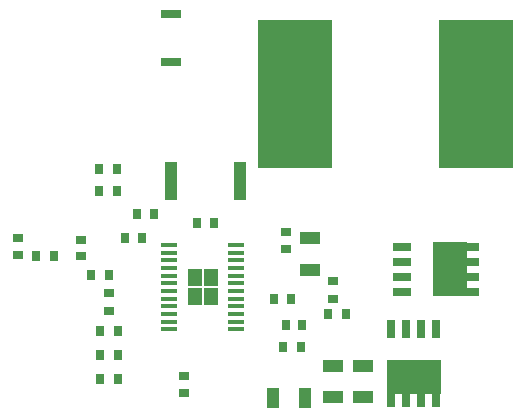
<source format=gtp>
G04*
G04 #@! TF.GenerationSoftware,Altium Limited,Altium Designer,19.1.7 (138)*
G04*
G04 Layer_Color=8421504*
%FSLAX25Y25*%
%MOIN*%
G70*
G01*
G75*
%ADD13R,0.03543X0.02756*%
%ADD14R,0.04331X0.06693*%
%ADD15R,0.02756X0.03543*%
%ADD16R,0.06693X0.04331*%
%ADD17R,0.05753X0.01381*%
%ADD18R,0.06890X0.02559*%
%ADD19R,0.04134X0.12795*%
%ADD20R,0.24800X0.49200*%
%ADD21R,0.11811X0.18000*%
%ADD22R,0.06299X0.03150*%
%ADD23R,0.18000X0.11811*%
%ADD24R,0.03150X0.06299*%
%ADD25R,0.03150X0.03543*%
%ADD26R,0.03543X0.03150*%
G36*
X391228Y250563D02*
X386622D01*
Y244953D01*
X391228D01*
Y250563D01*
D02*
G37*
G36*
X396622D02*
X392016D01*
Y244953D01*
X396622D01*
Y250563D01*
D02*
G37*
G36*
X391228Y256961D02*
X386622D01*
Y251350D01*
X391228D01*
Y256961D01*
D02*
G37*
G36*
X396622D02*
X392016D01*
Y251350D01*
X396622D01*
Y256961D01*
D02*
G37*
D13*
X360500Y243047D02*
D03*
Y248953D02*
D03*
X435000Y247047D02*
D03*
Y252953D02*
D03*
X385500Y221453D02*
D03*
Y215547D02*
D03*
D14*
X415185Y214000D02*
D03*
X425815D02*
D03*
D15*
X424453Y231000D02*
D03*
X418547D02*
D03*
X433547Y242000D02*
D03*
X439453D02*
D03*
X336047Y261500D02*
D03*
X341953D02*
D03*
X354500Y255000D02*
D03*
X360405D02*
D03*
X357547Y236500D02*
D03*
X363453D02*
D03*
X357547Y228500D02*
D03*
X363453D02*
D03*
X357547Y220500D02*
D03*
X363453D02*
D03*
X357047Y290500D02*
D03*
X362953D02*
D03*
X362953Y283000D02*
D03*
X357047D02*
D03*
D16*
X435000Y224815D02*
D03*
Y214185D02*
D03*
X445000Y224815D02*
D03*
Y214185D02*
D03*
X427500Y256685D02*
D03*
Y267315D02*
D03*
D17*
X402744Y265032D02*
D03*
Y262472D02*
D03*
Y259913D02*
D03*
Y257354D02*
D03*
Y254795D02*
D03*
Y252236D02*
D03*
Y249677D02*
D03*
Y247118D02*
D03*
Y244559D02*
D03*
Y242000D02*
D03*
Y239441D02*
D03*
Y236882D02*
D03*
X380500D02*
D03*
Y239441D02*
D03*
Y242000D02*
D03*
Y244559D02*
D03*
Y247118D02*
D03*
Y249677D02*
D03*
Y252236D02*
D03*
Y254795D02*
D03*
Y257354D02*
D03*
Y259913D02*
D03*
Y262472D02*
D03*
Y265032D02*
D03*
D18*
X381000Y342059D02*
D03*
Y325917D02*
D03*
D19*
X381083Y286500D02*
D03*
X403917D02*
D03*
D20*
X482700Y315500D02*
D03*
X422300D02*
D03*
D21*
X474000Y257000D02*
D03*
D22*
X480835Y249500D02*
D03*
Y254500D02*
D03*
Y259500D02*
D03*
Y264500D02*
D03*
X458000Y249500D02*
D03*
Y254500D02*
D03*
Y259500D02*
D03*
Y264500D02*
D03*
D23*
X462000Y221000D02*
D03*
D24*
X454500Y214165D02*
D03*
X459500D02*
D03*
X464500D02*
D03*
X469500D02*
D03*
X454500Y237000D02*
D03*
X459500D02*
D03*
X464500D02*
D03*
X469500D02*
D03*
D25*
X419244Y238500D02*
D03*
X424756D02*
D03*
X365744Y267500D02*
D03*
X371256D02*
D03*
X389744Y272500D02*
D03*
X395256D02*
D03*
X369744Y275500D02*
D03*
X375256D02*
D03*
X421047Y247118D02*
D03*
X415535D02*
D03*
D26*
X419500Y269256D02*
D03*
Y263744D02*
D03*
X351000Y266815D02*
D03*
Y261303D02*
D03*
X330000Y267256D02*
D03*
Y261744D02*
D03*
M02*

</source>
